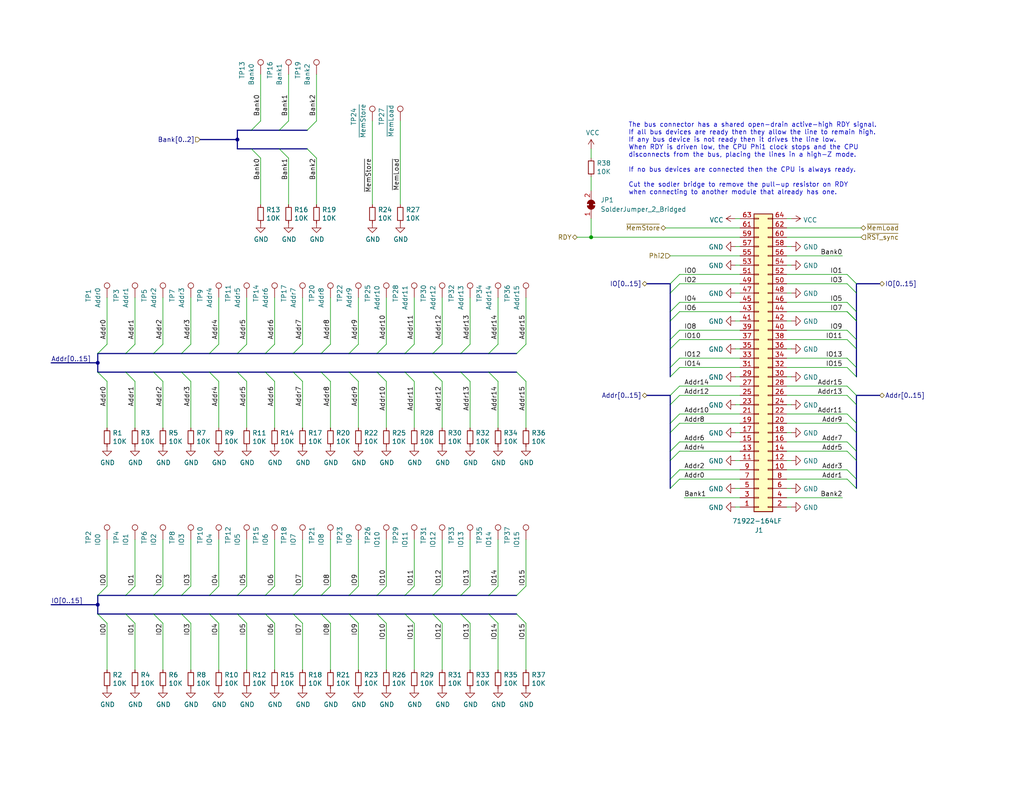
<source format=kicad_sch>
(kicad_sch (version 20230121) (generator eeschema)
  (paper "USLetter")
  (title_block (title "System Bus Connector") (date "2023-03-22") (rev "B") (comment 4 "Peripheral devices on separate boards connect to the system bus here."))
  (junction (at 161.29 64.77))
  (junction (at 26.67 165.1))
  (junction (at 64.77 38.1))
  (junction (at 26.67 99.06))
  (bus_entry (at 86.36 43.18) (size -2.54 -2.54))
  (bus_entry (at 128.27 160.02) (size -2.54 2.54))
  (bus_entry (at 59.69 160.02) (size -2.54 2.54))
  (bus_entry (at 135.89 170.18) (size -2.54 -2.54))
  (bus_entry (at 185.42 97.79) (size -2.54 2.54))
  (bus_entry (at 231.14 74.93) (size 2.54 2.54))
  (bus_entry (at 71.12 43.18) (size -2.54 -2.54))
  (bus_entry (at 233.68 125.73) (size -2.54 -2.54))
  (bus_entry (at 185.42 105.41) (size -2.54 2.54))
  (bus_entry (at 78.74 33.02) (size -2.54 2.54))
  (bus_entry (at 90.17 93.98) (size -2.54 2.54))
  (bus_entry (at 233.68 115.57) (size -2.54 -2.54))
  (bus_entry (at 185.42 77.47) (size -2.54 2.54))
  (bus_entry (at 185.42 128.27) (size -2.54 2.54))
  (bus_entry (at 82.55 104.14) (size -2.54 -2.54))
  (bus_entry (at 82.55 93.98) (size -2.54 2.54))
  (bus_entry (at 135.89 93.98) (size -2.54 2.54))
  (bus_entry (at 105.41 160.02) (size -2.54 2.54))
  (bus_entry (at 52.07 170.18) (size -2.54 -2.54))
  (bus_entry (at 36.83 104.14) (size -2.54 -2.54))
  (bus_entry (at 90.17 160.02) (size -2.54 2.54))
  (bus_entry (at 29.21 104.14) (size -2.54 -2.54))
  (bus_entry (at 233.68 118.11) (size -2.54 -2.54))
  (bus_entry (at 97.79 104.14) (size -2.54 -2.54))
  (bus_entry (at 78.74 43.18) (size -2.54 -2.54))
  (bus_entry (at 113.03 160.02) (size -2.54 2.54))
  (bus_entry (at 135.89 104.14) (size -2.54 -2.54))
  (bus_entry (at 97.79 170.18) (size -2.54 -2.54))
  (bus_entry (at 231.14 85.09) (size 2.54 2.54))
  (bus_entry (at 52.07 104.14) (size -2.54 -2.54))
  (bus_entry (at 67.31 160.02) (size -2.54 2.54))
  (bus_entry (at 44.45 104.14) (size -2.54 -2.54))
  (bus_entry (at 44.45 93.98) (size -2.54 2.54))
  (bus_entry (at 67.31 93.98) (size -2.54 2.54))
  (bus_entry (at 97.79 93.98) (size -2.54 2.54))
  (bus_entry (at 29.21 93.98) (size -2.54 2.54))
  (bus_entry (at 113.03 170.18) (size -2.54 -2.54))
  (bus_entry (at 44.45 160.02) (size -2.54 2.54))
  (bus_entry (at 185.42 82.55) (size -2.54 2.54))
  (bus_entry (at 128.27 104.14) (size -2.54 -2.54))
  (bus_entry (at 29.21 160.02) (size -2.54 2.54))
  (bus_entry (at 71.12 33.02) (size -2.54 2.54))
  (bus_entry (at 233.68 130.81) (size -2.54 -2.54))
  (bus_entry (at 231.14 85.09) (size 2.54 2.54))
  (bus_entry (at 233.68 110.49) (size -2.54 -2.54))
  (bus_entry (at 36.83 160.02) (size -2.54 2.54))
  (bus_entry (at 231.14 97.79) (size 2.54 2.54))
  (bus_entry (at 185.42 130.81) (size -2.54 2.54))
  (bus_entry (at 74.93 93.98) (size -2.54 2.54))
  (bus_entry (at 185.42 107.95) (size -2.54 2.54))
  (bus_entry (at 143.51 160.02) (size -2.54 2.54))
  (bus_entry (at 59.69 104.14) (size -2.54 -2.54))
  (bus_entry (at 185.42 100.33) (size -2.54 2.54))
  (bus_entry (at 231.14 82.55) (size 2.54 2.54))
  (bus_entry (at 52.07 93.98) (size -2.54 2.54))
  (bus_entry (at 143.51 93.98) (size -2.54 2.54))
  (bus_entry (at 120.65 160.02) (size -2.54 2.54))
  (bus_entry (at 231.14 90.17) (size 2.54 2.54))
  (bus_entry (at 185.42 113.03) (size -2.54 2.54))
  (bus_entry (at 185.42 92.71) (size -2.54 2.54))
  (bus_entry (at 59.69 93.98) (size -2.54 2.54))
  (bus_entry (at 97.79 160.02) (size -2.54 2.54))
  (bus_entry (at 143.51 170.18) (size -2.54 -2.54))
  (bus_entry (at 185.42 120.65) (size -2.54 2.54))
  (bus_entry (at 74.93 104.14) (size -2.54 -2.54))
  (bus_entry (at 90.17 170.18) (size -2.54 -2.54))
  (bus_entry (at 86.36 33.02) (size -2.54 2.54))
  (bus_entry (at 105.41 104.14) (size -2.54 -2.54))
  (bus_entry (at 233.68 133.35) (size -2.54 -2.54))
  (bus_entry (at 82.55 170.18) (size -2.54 -2.54))
  (bus_entry (at 82.55 160.02) (size -2.54 2.54))
  (bus_entry (at 67.31 104.14) (size -2.54 -2.54))
  (bus_entry (at 128.27 170.18) (size -2.54 -2.54))
  (bus_entry (at 59.69 170.18) (size -2.54 -2.54))
  (bus_entry (at 120.65 104.14) (size -2.54 -2.54))
  (bus_entry (at 231.14 100.33) (size 2.54 2.54))
  (bus_entry (at 44.45 170.18) (size -2.54 -2.54))
  (bus_entry (at 233.68 107.95) (size -2.54 -2.54))
  (bus_entry (at 105.41 170.18) (size -2.54 -2.54))
  (bus_entry (at 185.42 90.17) (size -2.54 2.54))
  (bus_entry (at 231.14 77.47) (size 2.54 2.54))
  (bus_entry (at 185.42 123.19) (size -2.54 2.54))
  (bus_entry (at 185.42 115.57) (size -2.54 2.54))
  (bus_entry (at 231.14 92.71) (size 2.54 2.54))
  (bus_entry (at 135.89 160.02) (size -2.54 2.54))
  (bus_entry (at 233.68 123.19) (size -2.54 -2.54))
  (bus_entry (at 52.07 160.02) (size -2.54 2.54))
  (bus_entry (at 67.31 170.18) (size -2.54 -2.54))
  (bus_entry (at 74.93 160.02) (size -2.54 2.54))
  (bus_entry (at 113.03 104.14) (size -2.54 -2.54))
  (bus_entry (at 128.27 93.98) (size -2.54 2.54))
  (bus_entry (at 36.83 170.18) (size -2.54 -2.54))
  (bus_entry (at 90.17 104.14) (size -2.54 -2.54))
  (bus_entry (at 29.21 170.18) (size -2.54 -2.54))
  (bus_entry (at 185.42 85.09) (size -2.54 2.54))
  (bus_entry (at 120.65 93.98) (size -2.54 2.54))
  (bus_entry (at 105.41 93.98) (size -2.54 2.54))
  (bus_entry (at 36.83 93.98) (size -2.54 2.54))
  (bus_entry (at 113.03 93.98) (size -2.54 2.54))
  (bus_entry (at 185.42 74.93) (size -2.54 2.54))
  (bus_entry (at 143.51 104.14) (size -2.54 -2.54))
  (bus_entry (at 120.65 170.18) (size -2.54 -2.54))
  (bus_entry (at 74.93 170.18) (size -2.54 -2.54))
  (bus (pts (xy 102.87 167.64) (xy 110.49 167.64)))
  (bus (pts (xy 57.15 162.56) (xy 64.77 162.56)))
  (bus (pts (xy 110.49 101.6) (xy 118.11 101.6)))
  (wire (pts (xy 185.42 113.03) (xy 201.93 113.03)))
  (bus (pts (xy 233.68 125.73) (xy 233.68 130.81)))
  (wire (pts (xy 215.9 95.25) (xy 214.63 95.25)))
  (bus (pts (xy 182.88 80.01) (xy 182.88 85.09)))
  (wire (pts (xy 214.63 100.33) (xy 231.14 100.33)))
  (wire (pts (xy 113.03 93.98) (xy 113.03 81.28)))
  (wire (pts (xy 214.63 97.79) (xy 231.14 97.79)))
  (bus (pts (xy 182.88 92.71) (xy 182.88 95.25)))
  (wire (pts (xy 231.14 120.65) (xy 214.63 120.65)))
  (bus (pts (xy 54.61 38.1) (xy 64.77 38.1)))
  (wire (pts (xy 59.69 104.14) (xy 59.69 116.84)))
  (bus (pts (xy 26.67 167.64) (xy 34.29 167.64)))
  (wire (pts (xy 186.69 135.89) (xy 201.93 135.89)))
  (bus (pts (xy 87.63 167.64) (xy 95.25 167.64)))
  (bus (pts (xy 133.35 96.52) (xy 140.97 96.52)))
  (bus (pts (xy 68.58 35.56) (xy 64.77 35.56)))
  (wire (pts (xy 97.79 160.02) (xy 97.79 147.32)))
  (bus (pts (xy 182.88 115.57) (xy 182.88 118.11)))
  (bus (pts (xy 233.68 107.95) (xy 233.68 110.49)))
  (bus (pts (xy 64.77 96.52) (xy 72.39 96.52)))
  (wire (pts (xy 71.12 43.18) (xy 71.12 55.88)))
  (bus (pts (xy 26.67 101.6) (xy 26.67 99.06)))
  (wire (pts (xy 135.89 160.02) (xy 135.89 147.32)))
  (bus (pts (xy 118.11 101.6) (xy 125.73 101.6)))
  (wire (pts (xy 101.6 33.02) (xy 101.6 55.88)))
  (wire (pts (xy 185.42 77.47) (xy 201.93 77.47)))
  (wire (pts (xy 161.29 48.26) (xy 161.29 52.07)))
  (wire (pts (xy 113.03 104.14) (xy 113.03 116.84)))
  (bus (pts (xy 233.68 130.81) (xy 233.68 133.35)))
  (bus (pts (xy 64.77 35.56) (xy 64.77 38.1)))
  (wire (pts (xy 90.17 160.02) (xy 90.17 147.32)))
  (wire (pts (xy 200.66 59.69) (xy 201.93 59.69)))
  (bus (pts (xy 233.68 118.11) (xy 233.68 123.19)))
  (wire (pts (xy 97.79 170.18) (xy 97.79 182.88)))
  (bus (pts (xy 80.01 96.52) (xy 87.63 96.52)))
  (wire (pts (xy 82.55 160.02) (xy 82.55 147.32)))
  (wire (pts (xy 161.29 40.64) (xy 161.29 43.18)))
  (bus (pts (xy 80.01 167.64) (xy 87.63 167.64)))
  (bus (pts (xy 182.88 130.81) (xy 182.88 133.35)))
  (wire (pts (xy 215.9 118.11) (xy 214.63 118.11)))
  (wire (pts (xy 90.17 93.98) (xy 90.17 81.28)))
  (wire (pts (xy 105.41 160.02) (xy 105.41 147.32)))
  (bus (pts (xy 64.77 38.1) (xy 64.77 40.64)))
  (bus (pts (xy 41.91 101.6) (xy 49.53 101.6)))
  (bus (pts (xy 41.91 96.52) (xy 49.53 96.52)))
  (bus (pts (xy 49.53 167.64) (xy 57.15 167.64)))
  (wire (pts (xy 185.42 115.57) (xy 201.93 115.57)))
  (bus (pts (xy 49.53 162.56) (xy 57.15 162.56)))
  (bus (pts (xy 240.03 107.95) (xy 233.68 107.95)))
  (wire (pts (xy 185.42 92.71) (xy 201.93 92.71)))
  (wire (pts (xy 128.27 160.02) (xy 128.27 147.32)))
  (wire (pts (xy 90.17 104.14) (xy 90.17 116.84)))
  (wire (pts (xy 200.66 125.73) (xy 201.93 125.73)))
  (bus (pts (xy 76.2 40.64) (xy 83.82 40.64)))
  (wire (pts (xy 200.66 110.49) (xy 201.93 110.49)))
  (wire (pts (xy 185.42 97.79) (xy 201.93 97.79)))
  (wire (pts (xy 185.42 82.55) (xy 201.93 82.55)))
  (bus (pts (xy 26.67 99.06) (xy 26.67 96.52)))
  (wire (pts (xy 185.42 74.93) (xy 201.93 74.93)))
  (bus (pts (xy 240.03 77.47) (xy 233.68 77.47)))
  (bus (pts (xy 182.88 87.63) (xy 182.88 92.71)))
  (wire (pts (xy 120.65 93.98) (xy 120.65 81.28)))
  (wire (pts (xy 29.21 160.02) (xy 29.21 147.32)))
  (bus (pts (xy 80.01 162.56) (xy 87.63 162.56)))
  (bus (pts (xy 233.68 92.71) (xy 233.68 95.25)))
  (wire (pts (xy 74.93 170.18) (xy 74.93 182.88)))
  (wire (pts (xy 29.21 170.18) (xy 29.21 182.88)))
  (bus (pts (xy 182.88 85.09) (xy 182.88 87.63)))
  (bus (pts (xy 182.88 125.73) (xy 182.88 130.81)))
  (bus (pts (xy 102.87 162.56) (xy 110.49 162.56)))
  (wire (pts (xy 97.79 104.14) (xy 97.79 116.84)))
  (wire (pts (xy 52.07 170.18) (xy 52.07 182.88)))
  (bus (pts (xy 176.53 107.95) (xy 182.88 107.95)))
  (bus (pts (xy 95.25 96.52) (xy 102.87 96.52)))
  (bus (pts (xy 57.15 96.52) (xy 64.77 96.52)))
  (bus (pts (xy 125.73 167.64) (xy 133.35 167.64)))
  (wire (pts (xy 44.45 160.02) (xy 44.45 147.32)))
  (wire (pts (xy 182.88 69.85) (xy 201.93 69.85)))
  (wire (pts (xy 128.27 104.14) (xy 128.27 116.84)))
  (wire (pts (xy 231.14 130.81) (xy 214.63 130.81)))
  (wire (pts (xy 201.93 120.65) (xy 185.42 120.65)))
  (wire (pts (xy 200.66 138.43) (xy 201.93 138.43)))
  (wire (pts (xy 200.66 118.11) (xy 201.93 118.11)))
  (wire (pts (xy 44.45 170.18) (xy 44.45 182.88)))
  (wire (pts (xy 200.66 80.01) (xy 201.93 80.01)))
  (bus (pts (xy 64.77 162.56) (xy 72.39 162.56)))
  (bus (pts (xy 233.68 95.25) (xy 233.68 100.33)))
  (wire (pts (xy 67.31 160.02) (xy 67.31 147.32)))
  (wire (pts (xy 214.63 113.03) (xy 231.14 113.03)))
  (wire (pts (xy 52.07 160.02) (xy 52.07 147.32)))
  (wire (pts (xy 82.55 170.18) (xy 82.55 182.88)))
  (bus (pts (xy 118.11 167.64) (xy 125.73 167.64)))
  (wire (pts (xy 157.48 64.77) (xy 161.29 64.77)))
  (bus (pts (xy 182.88 95.25) (xy 182.88 100.33)))
  (wire (pts (xy 143.51 160.02) (xy 143.51 147.32)))
  (bus (pts (xy 13.97 165.1) (xy 26.67 165.1)))
  (wire (pts (xy 215.9 102.87) (xy 214.63 102.87)))
  (bus (pts (xy 233.68 115.57) (xy 233.68 118.11)))
  (bus (pts (xy 57.15 167.64) (xy 64.77 167.64)))
  (wire (pts (xy 215.9 80.01) (xy 214.63 80.01)))
  (wire (pts (xy 214.63 123.19) (xy 231.14 123.19)))
  (wire (pts (xy 200.66 95.25) (xy 201.93 95.25)))
  (bus (pts (xy 26.67 96.52) (xy 34.29 96.52)))
  (bus (pts (xy 34.29 162.56) (xy 41.91 162.56)))
  (bus (pts (xy 233.68 110.49) (xy 233.68 115.57)))
  (bus (pts (xy 176.53 77.47) (xy 182.88 77.47)))
  (bus (pts (xy 125.73 96.52) (xy 133.35 96.52)))
  (wire (pts (xy 231.14 105.41) (xy 214.63 105.41)))
  (wire (pts (xy 113.03 170.18) (xy 113.03 182.88)))
  (wire (pts (xy 36.83 160.02) (xy 36.83 147.32)))
  (wire (pts (xy 185.42 105.41) (xy 201.93 105.41)))
  (wire (pts (xy 214.63 85.09) (xy 231.14 85.09)))
  (wire (pts (xy 200.66 133.35) (xy 201.93 133.35)))
  (bus (pts (xy 26.67 101.6) (xy 34.29 101.6)))
  (wire (pts (xy 231.14 128.27) (xy 214.63 128.27)))
  (bus (pts (xy 95.25 167.64) (xy 102.87 167.64)))
  (wire (pts (xy 214.63 90.17) (xy 231.14 90.17)))
  (wire (pts (xy 120.65 170.18) (xy 120.65 182.88)))
  (bus (pts (xy 182.88 107.95) (xy 182.88 110.49)))
  (bus (pts (xy 76.2 35.56) (xy 68.58 35.56)))
  (wire (pts (xy 231.14 107.95) (xy 214.63 107.95)))
  (wire (pts (xy 59.69 170.18) (xy 59.69 182.88)))
  (wire (pts (xy 185.42 90.17) (xy 201.93 90.17)))
  (wire (pts (xy 67.31 170.18) (xy 67.31 182.88)))
  (bus (pts (xy 72.39 96.52) (xy 80.01 96.52)))
  (bus (pts (xy 110.49 162.56) (xy 118.11 162.56)))
  (bus (pts (xy 110.49 167.64) (xy 118.11 167.64)))
  (wire (pts (xy 78.74 43.18) (xy 78.74 55.88)))
  (wire (pts (xy 214.63 59.69) (xy 215.9 59.69)))
  (bus (pts (xy 87.63 96.52) (xy 95.25 96.52)))
  (wire (pts (xy 231.14 74.93) (xy 214.63 74.93)))
  (wire (pts (xy 105.41 104.14) (xy 105.41 116.84)))
  (wire (pts (xy 82.55 104.14) (xy 82.55 116.84)))
  (wire (pts (xy 74.93 104.14) (xy 74.93 116.84)))
  (wire (pts (xy 200.66 67.31) (xy 201.93 67.31)))
  (wire (pts (xy 185.42 128.27) (xy 201.93 128.27)))
  (bus (pts (xy 49.53 96.52) (xy 57.15 96.52)))
  (bus (pts (xy 13.97 99.06) (xy 26.67 99.06)))
  (wire (pts (xy 181.61 62.23) (xy 201.93 62.23)))
  (bus (pts (xy 83.82 35.56) (xy 76.2 35.56)))
  (wire (pts (xy 215.9 67.31) (xy 214.63 67.31)))
  (bus (pts (xy 233.68 100.33) (xy 233.68 102.87)))
  (wire (pts (xy 36.83 170.18) (xy 36.83 182.88)))
  (wire (pts (xy 214.63 92.71) (xy 231.14 92.71)))
  (bus (pts (xy 34.29 167.64) (xy 41.91 167.64)))
  (wire (pts (xy 135.89 104.14) (xy 135.89 116.84)))
  (wire (pts (xy 143.51 104.14) (xy 143.51 116.84)))
  (bus (pts (xy 72.39 162.56) (xy 80.01 162.56)))
  (wire (pts (xy 200.66 87.63) (xy 201.93 87.63)))
  (wire (pts (xy 215.9 87.63) (xy 214.63 87.63)))
  (wire (pts (xy 59.69 160.02) (xy 59.69 147.32)))
  (bus (pts (xy 26.67 167.64) (xy 26.67 165.1)))
  (bus (pts (xy 118.11 96.52) (xy 125.73 96.52)))
  (wire (pts (xy 201.93 130.81) (xy 185.42 130.81)))
  (bus (pts (xy 233.68 77.47) (xy 233.68 80.01)))
  (wire (pts (xy 82.55 93.98) (xy 82.55 81.28)))
  (bus (pts (xy 118.11 162.56) (xy 125.73 162.56)))
  (bus (pts (xy 182.88 100.33) (xy 182.88 102.87)))
  (wire (pts (xy 71.12 33.02) (xy 71.12 20.32)))
  (bus (pts (xy 133.35 167.64) (xy 140.97 167.64)))
  (wire (pts (xy 36.83 104.14) (xy 36.83 116.84)))
  (bus (pts (xy 34.29 101.6) (xy 41.91 101.6)))
  (wire (pts (xy 97.79 93.98) (xy 97.79 81.28)))
  (wire (pts (xy 143.51 93.98) (xy 143.51 81.28)))
  (bus (pts (xy 72.39 101.6) (xy 80.01 101.6)))
  (wire (pts (xy 128.27 170.18) (xy 128.27 182.88)))
  (wire (pts (xy 128.27 93.98) (xy 128.27 81.28)))
  (bus (pts (xy 34.29 96.52) (xy 41.91 96.52)))
  (wire (pts (xy 214.63 64.77) (xy 234.95 64.77)))
  (bus (pts (xy 102.87 96.52) (xy 110.49 96.52)))
  (wire (pts (xy 113.03 160.02) (xy 113.03 147.32)))
  (bus (pts (xy 64.77 101.6) (xy 72.39 101.6)))
  (bus (pts (xy 182.88 110.49) (xy 182.88 115.57)))
  (bus (pts (xy 87.63 101.6) (xy 95.25 101.6)))
  (bus (pts (xy 133.35 162.56) (xy 140.97 162.56)))
  (wire (pts (xy 67.31 104.14) (xy 67.31 116.84)))
  (wire (pts (xy 120.65 160.02) (xy 120.65 147.32)))
  (wire (pts (xy 234.95 62.23) (xy 214.63 62.23)))
  (bus (pts (xy 125.73 101.6) (xy 133.35 101.6)))
  (wire (pts (xy 44.45 93.98) (xy 44.45 81.28)))
  (wire (pts (xy 215.9 125.73) (xy 214.63 125.73)))
  (bus (pts (xy 110.49 96.52) (xy 118.11 96.52)))
  (wire (pts (xy 200.66 102.87) (xy 201.93 102.87)))
  (wire (pts (xy 185.42 123.19) (xy 201.93 123.19)))
  (bus (pts (xy 41.91 167.64) (xy 49.53 167.64)))
  (wire (pts (xy 201.93 107.95) (xy 185.42 107.95)))
  (bus (pts (xy 233.68 87.63) (xy 233.68 92.71)))
  (bus (pts (xy 49.53 101.6) (xy 57.15 101.6)))
  (bus (pts (xy 72.39 167.64) (xy 80.01 167.64)))
  (bus (pts (xy 57.15 101.6) (xy 64.77 101.6)))
  (wire (pts (xy 74.93 93.98) (xy 74.93 81.28)))
  (bus (pts (xy 233.68 85.09) (xy 233.68 87.63)))
  (bus (pts (xy 233.68 80.01) (xy 233.68 85.09)))
  (bus (pts (xy 26.67 165.1) (xy 26.67 162.56)))
  (wire (pts (xy 86.36 43.18) (xy 86.36 55.88)))
  (wire (pts (xy 231.14 115.57) (xy 214.63 115.57)))
  (bus (pts (xy 102.87 101.6) (xy 110.49 101.6)))
  (bus (pts (xy 64.77 167.64) (xy 72.39 167.64)))
  (wire (pts (xy 135.89 170.18) (xy 135.89 182.88)))
  (bus (pts (xy 133.35 101.6) (xy 140.97 101.6)))
  (bus (pts (xy 80.01 101.6) (xy 87.63 101.6)))
  (wire (pts (xy 143.51 170.18) (xy 143.51 182.88)))
  (bus (pts (xy 95.25 101.6) (xy 102.87 101.6)))
  (wire (pts (xy 36.83 93.98) (xy 36.83 81.28)))
  (wire (pts (xy 215.9 72.39) (xy 214.63 72.39)))
  (wire (pts (xy 185.42 100.33) (xy 201.93 100.33)))
  (wire (pts (xy 214.63 82.55) (xy 231.14 82.55)))
  (wire (pts (xy 215.9 138.43) (xy 214.63 138.43)))
  (wire (pts (xy 44.45 104.14) (xy 44.45 116.84)))
  (bus (pts (xy 41.91 162.56) (xy 49.53 162.56)))
  (wire (pts (xy 109.22 33.02) (xy 109.22 55.88)))
  (wire (pts (xy 231.14 77.47) (xy 214.63 77.47)))
  (wire (pts (xy 105.41 93.98) (xy 105.41 81.28)))
  (wire (pts (xy 120.65 104.14) (xy 120.65 116.84)))
  (wire (pts (xy 135.89 93.98) (xy 135.89 81.28)))
  (wire (pts (xy 67.31 93.98) (xy 67.31 81.28)))
  (bus (pts (xy 26.67 162.56) (xy 34.29 162.56)))
  (wire (pts (xy 29.21 93.98) (xy 29.21 81.28)))
  (wire (pts (xy 52.07 93.98) (xy 52.07 81.28)))
  (wire (pts (xy 105.41 170.18) (xy 105.41 182.88)))
  (bus (pts (xy 182.88 118.11) (xy 182.88 123.19)))
  (wire (pts (xy 86.36 33.02) (xy 86.36 20.32)))
  (wire (pts (xy 185.42 85.09) (xy 201.93 85.09)))
  (wire (pts (xy 161.29 64.77) (xy 201.93 64.77)))
  (wire (pts (xy 90.17 170.18) (xy 90.17 182.88)))
  (bus (pts (xy 95.25 162.56) (xy 102.87 162.56)))
  (bus (pts (xy 87.63 162.56) (xy 95.25 162.56)))
  (bus (pts (xy 68.58 40.64) (xy 76.2 40.64)))
  (wire (pts (xy 161.29 59.69) (xy 161.29 64.77)))
  (bus (pts (xy 125.73 162.56) (xy 133.35 162.56)))
  (wire (pts (xy 52.07 104.14) (xy 52.07 116.84)))
  (wire (pts (xy 215.9 133.35) (xy 214.63 133.35)))
  (wire (pts (xy 29.21 104.14) (xy 29.21 116.84)))
  (wire (pts (xy 215.9 110.49) (xy 214.63 110.49)))
  (wire (pts (xy 78.74 33.02) (xy 78.74 20.32)))
  (wire (pts (xy 229.87 135.89) (xy 214.63 135.89)))
  (wire (pts (xy 59.69 93.98) (xy 59.69 81.28)))
  (bus (pts (xy 182.88 77.47) (xy 182.88 80.01)))
  (bus (pts (xy 182.88 123.19) (xy 182.88 125.73)))
  (bus (pts (xy 233.68 123.19) (xy 233.68 125.73)))
  (wire (pts (xy 200.66 72.39) (xy 201.93 72.39)))
  (wire (pts (xy 74.93 160.02) (xy 74.93 147.32)))
  (bus (pts (xy 64.77 40.64) (xy 68.58 40.64)))
  (wire (pts (xy 229.87 69.85) (xy 214.63 69.85)))
  (text "The bus connector has a shared open-drain active-high RDY signal.\nIf all bus devices are ready then they allow the line to remain high.\nIf any bus device is not ready then it drives the line low.\nWhen RDY is driven low, the CPU Phi1 clock stops and the CPU\ndisconnects from the bus, placing the lines in a high-Z mode.\n\nIf no bus devices are connected then the CPU is always ready.\n\nCut the sodler bridge to remove the pull-up resistor on RDY\nwhen connecting to another module that already has one." (at 171.45 53.34 0) (effects (font (size 1.27 1.27)) (justify left bottom)))
  (label "Addr8" (at 90.17 92.71 90))
  (label "Addr0" (at 29.21 105.41 270))
  (label "Bank0" (at 229.87 69.85 180))
  (label "IO5" (at 67.31 170.18 270))
  (label "Addr10" (at 105.41 105.41 270))
  (label "Addr13" (at 128.27 92.71 90))
  (label "IO11" (at 113.03 160.02 90))
  (label "Bank1" (at 186.69 135.89 0))
  (label "IO0" (at 29.21 170.18 270))
  (label "Addr13" (at 229.87 107.95 180))
  (label "Addr15" (at 143.51 92.71 90))
  (label "IO9" (at 97.79 170.18 270))
  (label "Addr15" (at 143.51 105.41 270))
  (label "Bank0" (at 71.12 43.18 270))
  (label "Bank2" (at 86.36 31.75 90))
  (label "Addr2" (at 44.45 105.41 270))
  (label "Addr5" (at 67.31 105.41 270))
  (label "IO1" (at 36.83 160.02 90))
  (label "Addr13" (at 128.27 105.41 270))
  (label "Addr7" (at 82.55 92.71 90))
  (label "Addr3" (at 52.07 92.71 90))
  (label "Addr10" (at 105.41 92.71 90))
  (label "Addr11" (at 113.03 105.41 270))
  (label "Addr6" (at 74.93 92.71 90))
  (label "IO8" (at 90.17 170.18 270))
  (label "Addr4" (at 186.69 123.19 0))
  (label "IO10" (at 186.69 92.71 0))
  (label "IO6" (at 186.69 85.09 0))
  (label "IO15" (at 143.51 170.18 270))
  (label "IO6" (at 74.93 170.18 270))
  (label "Addr4" (at 59.69 105.41 270))
  (label "Bank2" (at 229.87 135.89 180))
  (label "IO7" (at 82.55 160.02 90))
  (label "Addr14" (at 135.89 105.41 270))
  (label "Addr8" (at 186.69 115.57 0))
  (label "Addr7" (at 229.87 120.65 180))
  (label "IO7" (at 229.87 85.09 180))
  (label "Addr3" (at 52.07 105.41 270))
  (label "Addr7" (at 82.55 105.41 270))
  (label "Addr1" (at 229.87 130.81 180))
  (label "Addr6" (at 74.93 105.41 270))
  (label "IO7" (at 82.55 170.18 270))
  (label "Addr5" (at 229.87 123.19 180))
  (label "IO1" (at 36.83 170.18 270))
  (label "IO0" (at 186.69 74.93 0))
  (label "IO0" (at 29.21 160.02 90))
  (label "Addr15" (at 229.87 105.41 180))
  (label "~{MemStore}" (at 101.6 43.18 270))
  (label "Addr14" (at 186.69 105.41 0))
  (label "Addr9" (at 229.87 115.57 180))
  (label "IO13" (at 128.27 170.18 270))
  (label "IO11" (at 113.03 170.18 270))
  (label "IO5" (at 229.87 82.55 180))
  (label "Addr9" (at 97.79 105.41 270))
  (label "Addr5" (at 67.31 92.71 90))
  (label "IO6" (at 74.93 160.02 90))
  (label "IO9" (at 97.79 160.02 90))
  (label "IO4" (at 59.69 160.02 90))
  (label "IO15" (at 229.87 100.33 180))
  (label "Addr12" (at 186.69 107.95 0))
  (label "IO12" (at 120.65 160.02 90))
  (label "Addr0" (at 186.69 130.81 0))
  (label "IO2" (at 186.69 77.47 0))
  (label "IO9" (at 229.87 90.17 180))
  (label "IO14" (at 135.89 160.02 90))
  (label "IO11" (at 229.87 92.71 180))
  (label "Bank1" (at 78.74 43.18 270))
  (label "Addr2" (at 44.45 92.71 90))
  (label "IO2" (at 44.45 160.02 90))
  (label "IO10" (at 105.41 170.18 270))
  (label "Addr8" (at 90.17 105.41 270))
  (label "Addr6" (at 186.69 120.65 0))
  (label "IO3" (at 52.07 160.02 90))
  (label "Addr12" (at 120.65 92.71 90))
  (label "IO13" (at 229.87 97.79 180))
  (label "Addr4" (at 59.69 92.71 90))
  (label "Addr11" (at 113.03 92.71 90))
  (label "IO10" (at 105.41 160.02 90))
  (label "IO4" (at 186.69 82.55 0))
  (label "IO3" (at 229.87 77.47 180))
  (label "IO8" (at 186.69 90.17 0))
  (label "Addr14" (at 135.89 92.71 90))
  (label "~{MemLoad}" (at 109.22 43.18 270))
  (label "IO14" (at 186.69 100.33 0))
  (label "Bank2" (at 86.36 43.18 270))
  (label "Addr12" (at 120.65 105.41 270))
  (label "Addr[0..15]" (at 13.97 99.06 0))
  (label "IO15" (at 143.51 160.02 90))
  (label "Addr0" (at 29.21 92.71 90))
  (label "IO4" (at 59.69 170.18 270))
  (label "Addr10" (at 186.69 113.03 0))
  (label "IO2" (at 44.45 170.18 270))
  (label "IO8" (at 90.17 160.02 90))
  (label "Bank0" (at 71.12 31.75 90))
  (label "IO14" (at 135.89 170.18 270))
  (label "Addr3" (at 229.87 128.27 180))
  (label "IO12" (at 120.65 170.18 270))
  (label "IO5" (at 67.31 160.02 90))
  (label "IO[0..15]" (at 13.97 165.1 0))
  (label "Addr1" (at 36.83 92.71 90))
  (label "IO3" (at 52.07 170.18 270))
  (label "IO12" (at 186.69 97.79 0))
  (label "Bank1" (at 78.74 31.75 90))
  (label "Addr2" (at 186.69 128.27 0))
  (label "Addr1" (at 36.83 105.41 270))
  (label "Addr11" (at 229.87 113.03 180))
  (label "Addr9" (at 97.79 92.71 90))
  (label "IO1" (at 229.87 74.93 180))
  (label "IO13" (at 128.27 160.02 90))
  (hierarchical_label "~{MemStore}" (shape tri_state) (at 181.61 62.23 180))
  (hierarchical_label "Bank[0..2]" (shape input) (at 54.61 38.1 180))
  (hierarchical_label "~{RST_sync}" (shape input) (at 234.95 64.77 0))
  (hierarchical_label "RDY" (shape bidirectional) (at 157.48 64.77 180))
  (hierarchical_label "IO[0..15]" (shape tri_state) (at 240.03 77.47 0))
  (hierarchical_label "Addr[0..15]" (shape tri_state) (at 176.53 107.95 180))
  (hierarchical_label "~{MemLoad}" (shape tri_state) (at 234.95 62.23 0))
  (hierarchical_label "IO[0..15]" (shape tri_state) (at 176.53 77.47 180))
  (hierarchical_label "Addr[0..15]" (shape tri_state) (at 240.03 107.95 0))
  (hierarchical_label "Phi2" (shape input) (at 182.88 69.85 180))
  (symbol (lib_id "Connector_Generic:Conn_02x32_Odd_Even") (at 207.01 100.33 0) (mirror x) (unit 1)
    (property "Reference" "J1" (at 208.28 144.78 0) (effects (justify right)))
    (property "Value" "71922-164LF" (at 213.36 142.24 0) (effects (justify right)))
    (property "Footprint" "Connector_IDC:IDC-Header_2x32_P2.54mm_Horizontal" (effects hide))
    (property "Mouser" "https://www.mouser.com/ProductDetail/Amphenol-FCI/71922-164LF?qs=sGAEpiMZZMtXHE36kCvv3%2FocQ30y1qC0" (effects hide))
  )
  (symbol (lib_id "power:GND") (at 215.9 133.35 90) (mirror x) (unit 1)
    (property "Reference" "#PWR067" (effects hide))
    (property "Value" "GND" (at 219.1512 133.477 90) (effects (justify right)))
  )
  (symbol (lib_id "power:GND") (at 200.66 67.31 270) (unit 1)
    (property "Reference" "#PWR046" (effects hide))
    (property "Value" "GND" (at 197.4088 67.437 90) (effects (justify right)))
  )
  (symbol (lib_id "power:VCC") (at 161.29 40.64 0) (unit 1)
    (property "Reference" "#PWR044" (effects hide))
    (property "Value" "VCC" (at 161.7218 36.2458 0))
  )
  (symbol (lib_id "Device:R_Small") (at 161.29 45.72 0) (unit 1)
    (property "Reference" "R38" (at 162.7886 44.5516 0) (effects (justify left)))
    (property "Value" "10K" (at 162.7886 46.863 0) (effects (justify left)))
    (property "Footprint" "Resistor_SMD:R_0603_1608Metric_Pad0.98x0.95mm_HandSolder" (effects hide))
    (property "Mouser" "https://www.mouser.com/ProductDetail/652-CR0603FX-1002ELF" (effects hide))
  )
  (symbol (lib_id "power:GND") (at 215.9 80.01 90) (mirror x) (unit 1)
    (property "Reference" "#PWR060" (effects hide))
    (property "Value" "GND" (at 219.1512 80.137 90) (effects (justify right)))
  )
  (symbol (lib_id "power:GND") (at 200.66 80.01 270) (unit 1)
    (property "Reference" "#PWR048" (effects hide))
    (property "Value" "GND" (at 197.4088 80.137 90) (effects (justify right)))
  )
  (symbol (lib_id "power:VCC") (at 215.9 59.69 270) (unit 1)
    (property "Reference" "#PWR057" (effects hide))
    (property "Value" "VCC" (at 219.1512 60.071 90) (effects (justify left)))
  )
  (symbol (lib_id "power:VCC") (at 200.66 59.69 90) (mirror x) (unit 1)
    (property "Reference" "#PWR045" (effects hide))
    (property "Value" "VCC" (at 197.4342 60.071 90) (effects (justify left)))
  )
  (symbol (lib_id "power:GND") (at 71.12 60.96 0) (unit 1)
    (property "Reference" "#PWR019" (effects hide))
    (property "Value" "GND" (at 71.247 65.3542 0))
  )
  (symbol (lib_id "power:GND") (at 78.74 60.96 0) (unit 1)
    (property "Reference" "#PWR022" (effects hide))
    (property "Value" "GND" (at 78.867 65.3542 0))
  )
  (symbol (lib_id "power:GND") (at 86.36 60.96 0) (unit 1)
    (property "Reference" "#PWR025" (effects hide))
    (property "Value" "GND" (at 86.487 65.3542 0))
  )
  (symbol (lib_id "Device:R_Small") (at 71.12 58.42 0) (unit 1)
    (property "Reference" "R13" (at 72.6186 57.2516 0) (effects (justify left)))
    (property "Value" "10K" (at 72.6186 59.563 0) (effects (justify left)))
    (property "Footprint" "Resistor_SMD:R_0603_1608Metric_Pad0.98x0.95mm_HandSolder" (effects hide))
    (property "Mouser" "https://www.mouser.com/ProductDetail/652-CR0603FX-1002ELF" (effects hide))
  )
  (symbol (lib_id "Device:R_Small") (at 78.74 58.42 0) (unit 1)
    (property "Reference" "R16" (at 80.2386 57.2516 0) (effects (justify left)))
    (property "Value" "10K" (at 80.2386 59.563 0) (effects (justify left)))
    (property "Footprint" "Resistor_SMD:R_0603_1608Metric_Pad0.98x0.95mm_HandSolder" (effects hide))
    (property "Mouser" "https://www.mouser.com/ProductDetail/652-CR0603FX-1002ELF" (effects hide))
  )
  (symbol (lib_id "Device:R_Small") (at 86.36 58.42 0) (unit 1)
    (property "Reference" "R19" (at 87.8586 57.2516 0) (effects (justify left)))
    (property "Value" "10K" (at 87.8586 59.563 0) (effects (justify left)))
    (property "Footprint" "Resistor_SMD:R_0603_1608Metric_Pad0.98x0.95mm_HandSolder" (effects hide))
    (property "Mouser" "https://www.mouser.com/ProductDetail/652-CR0603FX-1002ELF" (effects hide))
  )
  (symbol (lib_id "power:GND") (at 200.66 118.11 270) (unit 1)
    (property "Reference" "#PWR053" (effects hide))
    (property "Value" "GND" (at 197.4088 118.237 90) (effects (justify right)))
  )
  (symbol (lib_id "power:GND") (at 200.66 133.35 270) (unit 1)
    (property "Reference" "#PWR055" (effects hide))
    (property "Value" "GND" (at 197.4088 133.477 90) (effects (justify right)))
  )
  (symbol (lib_id "power:GND") (at 200.66 110.49 270) (unit 1)
    (property "Reference" "#PWR052" (effects hide))
    (property "Value" "GND" (at 197.4088 110.617 90) (effects (justify right)))
  )
  (symbol (lib_id "power:GND") (at 215.9 87.63 90) (mirror x) (unit 1)
    (property "Reference" "#PWR061" (effects hide))
    (property "Value" "GND" (at 219.1512 87.757 90) (effects (justify right)))
  )
  (symbol (lib_id "power:GND") (at 200.66 87.63 270) (unit 1)
    (property "Reference" "#PWR049" (effects hide))
    (property "Value" "GND" (at 197.4088 87.757 90) (effects (justify right)))
  )
  (symbol (lib_id "power:GND") (at 200.66 125.73 270) (unit 1)
    (property "Reference" "#PWR054" (effects hide))
    (property "Value" "GND" (at 197.4088 125.857 90) (effects (justify right)))
  )
  (symbol (lib_id "power:GND") (at 215.9 67.31 90) (mirror x) (unit 1)
    (property "Reference" "#PWR058" (effects hide))
    (property "Value" "GND" (at 219.1512 67.437 90) (effects (justify right)))
  )
  (symbol (lib_id "power:GND") (at 215.9 110.49 90) (mirror x) (unit 1)
    (property "Reference" "#PWR064" (effects hide))
    (property "Value" "GND" (at 219.1512 110.617 90) (effects (justify right)))
  )
  (symbol (lib_id "power:GND") (at 215.9 118.11 90) (mirror x) (unit 1)
    (property "Reference" "#PWR065" (effects hide))
    (property "Value" "GND" (at 219.1512 118.237 90) (effects (justify right)))
  )
  (symbol (lib_id "power:GND") (at 215.9 125.73 90) (mirror x) (unit 1)
    (property "Reference" "#PWR066" (effects hide))
    (property "Value" "GND" (at 219.1512 125.857 90) (effects (justify right)))
  )
  (symbol (lib_id "power:GND") (at 200.66 72.39 270) (unit 1)
    (property "Reference" "#PWR047" (effects hide))
    (property "Value" "GND" (at 197.4088 72.517 90) (effects (justify right)))
  )
  (symbol (lib_id "power:GND") (at 215.9 72.39 90) (mirror x) (unit 1)
    (property "Reference" "#PWR059" (effects hide))
    (property "Value" "GND" (at 219.1512 72.517 90) (effects (justify right)))
  )
  (symbol (lib_id "power:GND") (at 200.66 95.25 270) (unit 1)
    (property "Reference" "#PWR050" (effects hide))
    (property "Value" "GND" (at 197.4088 95.377 90) (effects (justify right)))
  )
  (symbol (lib_id "power:GND") (at 200.66 102.87 270) (unit 1)
    (property "Reference" "#PWR051" (effects hide))
    (property "Value" "GND" (at 197.4088 102.997 90) (effects (justify right)))
  )
  (symbol (lib_id "power:GND") (at 215.9 95.25 90) (mirror x) (unit 1)
    (property "Reference" "#PWR062" (effects hide))
    (property "Value" "GND" (at 219.1512 95.377 90) (effects (justify right)))
  )
  (symbol (lib_id "power:GND") (at 215.9 102.87 90) (mirror x) (unit 1)
    (property "Reference" "#PWR063" (effects hide))
    (property "Value" "GND" (at 219.1512 102.997 90) (effects (justify right)))
  )
  (symbol (lib_id "power:GND") (at 215.9 138.43 90) (mirror x) (unit 1)
    (property "Reference" "#PWR068" (effects hide))
    (property "Value" "GND" (at 219.1512 138.557 90) (effects (justify right)))
  )
  (symbol (lib_id "power:GND") (at 200.66 138.43 270) (unit 1)
    (property "Reference" "#PWR056" (effects hide))
    (property "Value" "GND" (at 197.4088 138.557 90) (effects (justify right)))
  )
  (symbol (lib_id "power:GND") (at 36.83 187.96 0) (unit 1)
    (property "Reference" "#PWR010" (effects hide))
    (property "Value" "GND" (at 36.957 192.3542 0))
  )
  (symbol (lib_id "Device:R_Small") (at 44.45 119.38 0) (unit 1)
    (property "Reference" "R5" (at 45.9486 118.2116 0) (effects (justify left)))
    (property "Value" "10K" (at 45.9486 120.523 0) (effects (justify left)))
    (property "Footprint" "Resistor_SMD:R_0603_1608Metric_Pad0.98x0.95mm_HandSolder" (effects hide))
    (property "Mouser" "https://www.mouser.com/ProductDetail/652-CR0603FX-1002ELF" (effects hide))
  )
  (symbol (lib_id "Connector:TestPoint") (at 135.89 81.28 0) (unit 1)
    (property "Reference" "TP34" (at 130.81 82.55 90) (effects (justify left)))
    (property "Value" "Addr14" (at 133.35 81.28 90))
    (property "Footprint" "TestPoint:TestPoint_Pad_D1.0mm" (effects hide))
  )
  (symbol (lib_id "Device:R_Small") (at 113.03 185.42 0) (unit 1)
    (property "Reference" "R29" (at 114.5286 184.2516 0) (effects (justify left)))
    (property "Value" "10K" (at 114.5286 186.563 0) (effects (justify left)))
    (property "Footprint" "Resistor_SMD:R_0603_1608Metric_Pad0.98x0.95mm_HandSolder" (effects hide))
    (property "Mouser" "https://www.mouser.com/ProductDetail/652-CR0603FX-1002ELF" (effects hide))
  )
  (symbol (lib_id "power:GND") (at 97.79 187.96 0) (unit 1)
    (property "Reference" "#PWR029" (effects hide))
    (property "Value" "GND" (at 97.917 192.3542 0))
  )
  (symbol (lib_id "power:GND") (at 101.6 60.96 0) (unit 1)
    (property "Reference" "#PWR030" (effects hide))
    (property "Value" "GND" (at 101.727 65.3542 0))
  )
  (symbol (lib_id "Connector:TestPoint") (at 74.93 147.32 0) (unit 1)
    (property "Reference" "TP15" (at 69.85 148.59 90) (effects (justify left)))
    (property "Value" "IO6" (at 72.39 147.32 90))
    (property "Footprint" "TestPoint:TestPoint_Pad_D1.0mm" (effects hide))
  )
  (symbol (lib_id "Connector:TestPoint") (at 52.07 147.32 0) (unit 1)
    (property "Reference" "TP8" (at 46.99 148.59 90) (effects (justify left)))
    (property "Value" "IO3" (at 49.53 147.32 90))
    (property "Footprint" "TestPoint:TestPoint_Pad_D1.0mm" (effects hide))
  )
  (symbol (lib_id "power:GND") (at 120.65 187.96 0) (unit 1)
    (property "Reference" "#PWR037" (effects hide))
    (property "Value" "GND" (at 120.777 192.3542 0))
  )
  (symbol (lib_id "Device:R_Small") (at 59.69 185.42 0) (unit 1)
    (property "Reference" "R10" (at 61.1886 184.2516 0) (effects (justify left)))
    (property "Value" "10K" (at 61.1886 186.563 0) (effects (justify left)))
    (property "Footprint" "Resistor_SMD:R_0603_1608Metric_Pad0.98x0.95mm_HandSolder" (effects hide))
    (property "Mouser" "https://www.mouser.com/ProductDetail/652-CR0603FX-1002ELF" (effects hide))
  )
  (symbol (lib_id "Connector:TestPoint") (at 128.27 81.28 0) (unit 1)
    (property "Reference" "TP32" (at 123.19 82.55 90) (effects (justify left)))
    (property "Value" "Addr13" (at 125.73 81.28 90))
    (property "Footprint" "TestPoint:TestPoint_Pad_D1.0mm" (effects hide))
  )
  (symbol (lib_id "Connector:TestPoint") (at 113.03 147.32 0) (unit 1)
    (property "Reference" "TP29" (at 107.95 148.59 90) (effects (justify left)))
    (property "Value" "IO11" (at 110.49 147.32 90))
    (property "Footprint" "TestPoint:TestPoint_Pad_D1.0mm" (effects hide))
  )
  (symbol (lib_id "Connector:TestPoint") (at 101.6 33.02 0) (unit 1)
    (property "Reference" "TP24" (at 96.52 34.29 90) (effects (justify left)))
    (property "Value" "~{MemStore}" (at 99.06 33.02 90))
    (property "Footprint" "TestPoint:TestPoint_Pad_D1.0mm" (effects hide))
  )
  (symbol (lib_id "power:GND") (at 105.41 121.92 0) (unit 1)
    (property "Reference" "#PWR031" (effects hide))
    (property "Value" "GND" (at 105.537 126.3142 0))
  )
  (symbol (lib_id "power:GND") (at 82.55 187.96 0) (unit 1)
    (property "Reference" "#PWR024" (effects hide))
    (property "Value" "GND" (at 82.677 192.3542 0))
  )
  (symbol (lib_id "power:GND") (at 29.21 187.96 0) (unit 1)
    (property "Reference" "#PWR08" (effects hide))
    (property "Value" "GND" (at 29.337 192.3542 0))
  )
  (symbol (lib_id "Connector:TestPoint") (at 97.79 81.28 0) (unit 1)
    (property "Reference" "TP22" (at 92.71 82.55 90) (effects (justify left)))
    (property "Value" "Addr9" (at 95.25 81.28 90))
    (property "Footprint" "TestPoint:TestPoint_Pad_D1.0mm" (effects hide))
  )
  (symbol (lib_id "power:GND") (at 67.31 121.92 0) (unit 1)
    (property "Reference" "#PWR017" (effects hide))
    (property "Value" "GND" (at 67.437 126.3142 0))
  )
  (symbol (lib_id "Connector:TestPoint") (at 78.74 20.32 0) (unit 1)
    (property "Reference" "TP16" (at 73.66 21.59 90) (effects (justify left)))
    (property "Value" "Bank1" (at 76.2 20.32 90))
    (property "Footprint" "TestPoint:TestPoint_Pad_D1.0mm" (effects hide))
  )
  (symbol (lib_id "Connector:TestPoint") (at 120.65 147.32 0) (unit 1)
    (property "Reference" "TP31" (at 115.57 148.59 90) (effects (justify left)))
    (property "Value" "IO12" (at 118.11 147.32 90))
    (property "Footprint" "TestPoint:TestPoint_Pad_D1.0mm" (effects hide))
  )
  (symbol (lib_id "Connector:TestPoint") (at 59.69 81.28 0) (unit 1)
    (property "Reference" "TP9" (at 54.61 82.55 90) (effects (justify left)))
    (property "Value" "Addr4" (at 57.15 81.28 90))
    (property "Footprint" "TestPoint:TestPoint_Pad_D1.0mm" (effects hide))
  )
  (symbol (lib_id "power:GND") (at 44.45 121.92 0) (unit 1)
    (property "Reference" "#PWR011" (effects hide))
    (property "Value" "GND" (at 44.577 126.3142 0))
  )
  (symbol (lib_id "Device:R_Small") (at 105.41 119.38 0) (unit 1)
    (property "Reference" "R25" (at 106.9086 118.2116 0) (effects (justify left)))
    (property "Value" "10K" (at 106.9086 120.523 0) (effects (justify left)))
    (property "Footprint" "Resistor_SMD:R_0603_1608Metric_Pad0.98x0.95mm_HandSolder" (effects hide))
    (property "Mouser" "https://www.mouser.com/ProductDetail/652-CR0603FX-1002ELF" (effects hide))
  )
  (symbol (lib_id "power:GND") (at 113.03 121.92 0) (unit 1)
    (property "Reference" "#PWR034" (effects hide))
    (property "Value" "GND" (at 113.157 126.3142 0))
  )
  (symbol (lib_id "Connector:TestPoint") (at 90.17 81.28 0) (unit 1)
    (property "Reference" "TP20" (at 85.09 82.55 90) (effects (justify left)))
    (property "Value" "Addr8" (at 87.63 81.28 90))
    (property "Footprint" "TestPoint:TestPoint_Pad_D1.0mm" (effects hide))
  )
  (symbol (lib_id "Jumper:SolderJumper_2_Bridged") (at 161.29 55.88 90) (unit 1)
    (property "Reference" "JP1" (at 163.83 54.6099 90) (effects (justify right)))
    (property "Value" "SolderJumper_2_Bridged" (at 163.83 57.1499 90) (effects (justify right)))
    (property "Footprint" "Jumper:SolderJumper-2_P1.3mm_Bridged_RoundedPad1.0x1.5mm" (effects hide))
  )
  (symbol (lib_id "Device:R_Small") (at 44.45 185.42 0) (unit 1)
    (property "Reference" "R6" (at 45.9486 184.2516 0) (effects (justify left)))
    (property "Value" "10K" (at 45.9486 186.563 0) (effects (justify left)))
    (property "Footprint" "Resistor_SMD:R_0603_1608Metric_Pad0.98x0.95mm_HandSolder" (effects hide))
    (property "Mouser" "https://www.mouser.com/ProductDetail/652-CR0603FX-1002ELF" (effects hide))
  )
  (symbol (lib_id "Device:R_Small") (at 128.27 185.42 0) (unit 1)
    (property "Reference" "R33" (at 129.7686 184.2516 0) (effects (justify left)))
    (property "Value" "10K" (at 129.7686 186.563 0) (effects (justify left)))
    (property "Footprint" "Resistor_SMD:R_0603_1608Metric_Pad0.98x0.95mm_HandSolder" (effects hide))
    (property "Mouser" "https://www.mouser.com/ProductDetail/652-CR0603FX-1002ELF" (effects hide))
  )
  (symbol (lib_id "power:GND") (at 128.27 121.92 0) (unit 1)
    (property "Reference" "#PWR038" (effects hide))
    (property "Value" "GND" (at 128.397 126.3142 0))
  )
  (symbol (lib_id "power:GND") (at 67.31 187.96 0) (unit 1)
    (property "Reference" "#PWR018" (effects hide))
    (property "Value" "GND" (at 67.437 192.3542 0))
  )
  (symbol (lib_id "Device:R_Small") (at 59.69 119.38 0) (unit 1)
    (property "Reference" "R9" (at 61.1886 118.2116 0) (effects (justify left)))
    (property "Value" "10K" (at 61.1886 120.523 0) (effects (justify left)))
    (property "Footprint" "Resistor_SMD:R_0603_1608Metric_Pad0.98x0.95mm_HandSolder" (effects hide))
    (property "Mouser" "https://www.mouser.com/ProductDetail/652-CR0603FX-1002ELF" (effects hide))
  )
  (symbol (lib_id "Connector:TestPoint") (at 52.07 81.28 0) (unit 1)
    (property "Reference" "TP7" (at 46.99 82.55 90) (effects (justify left)))
    (property "Value" "Addr3" (at 49.53 81.28 90))
    (property "Footprint" "TestPoint:TestPoint_Pad_D1.0mm" (effects hide))
  )
  (symbol (lib_id "Connector:TestPoint") (at 86.36 20.32 0) (unit 1)
    (property "Reference" "TP19" (at 81.28 21.59 90) (effects (justify left)))
    (property "Value" "Bank2" (at 83.82 20.32 90))
    (property "Footprint" "TestPoint:TestPoint_Pad_D1.0mm" (effects hide))
  )
  (symbol (lib_id "Device:R_Small") (at 90.17 119.38 0) (unit 1)
    (property "Reference" "R20" (at 91.6686 118.2116 0) (effects (justify left)))
    (property "Value" "10K" (at 91.6686 120.523 0) (effects (justify left)))
    (property "Footprint" "Resistor_SMD:R_0603_1608Metric_Pad0.98x0.95mm_HandSolder" (effects hide))
    (property "Mouser" "https://www.mouser.com/ProductDetail/652-CR0603FX-1002ELF" (effects hide))
  )
  (symbol (lib_id "power:GND") (at 143.51 121.92 0) (unit 1)
    (property "Reference" "#PWR042" (effects hide))
    (property "Value" "GND" (at 143.637 126.3142 0))
  )
  (symbol (lib_id "Device:R_Small") (at 97.79 185.42 0) (unit 1)
    (property "Reference" "R23" (at 99.2886 184.2516 0) (effects (justify left)))
    (property "Value" "10K" (at 99.2886 186.563 0) (effects (justify left)))
    (property "Footprint" "Resistor_SMD:R_0603_1608Metric_Pad0.98x0.95mm_HandSolder" (effects hide))
    (property "Mouser" "https://www.mouser.com/ProductDetail/652-CR0603FX-1002ELF" (effects hide))
  )
  (symbol (lib_id "Connector:TestPoint") (at 36.83 147.32 0) (unit 1)
    (property "Reference" "TP4" (at 31.75 148.59 90) (effects (justify left)))
    (property "Value" "IO1" (at 34.29 147.32 90))
    (property "Footprint" "TestPoint:TestPoint_Pad_D1.0mm" (effects hide))
  )
  (symbol (lib_id "Connector:TestPoint") (at 44.45 147.32 0) (unit 1)
    (property "Reference" "TP6" (at 39.37 148.59 90) (effects (justify left)))
    (property "Value" "IO2" (at 41.91 147.32 90))
    (property "Footprint" "TestPoint:TestPoint_Pad_D1.0mm" (effects hide))
  )
  (symbol (lib_id "power:GND") (at 120.65 121.92 0) (unit 1)
    (property "Reference" "#PWR036" (effects hide))
    (property "Value" "GND" (at 120.777 126.3142 0))
  )
  (symbol (lib_id "Connector:TestPoint") (at 128.27 147.32 0) (unit 1)
    (property "Reference" "TP33" (at 123.19 148.59 90) (effects (justify left)))
    (property "Value" "IO13" (at 125.73 147.32 90))
    (property "Footprint" "TestPoint:TestPoint_Pad_D1.0mm" (effects hide))
  )
  (symbol (lib_id "Connector:TestPoint") (at 82.55 81.28 0) (unit 1)
    (property "Reference" "TP17" (at 77.47 82.55 90) (effects (justify left)))
    (property "Value" "Addr7" (at 80.01 81.28 90))
    (property "Footprint" "TestPoint:TestPoint_Pad_D1.0mm" (effects hide))
  )
  (symbol (lib_id "Connector:TestPoint") (at 109.22 33.02 0) (unit 1)
    (property "Reference" "TP27" (at 104.14 34.29 90) (effects (justify left)))
    (property "Value" "~{MemLoad}" (at 106.68 33.02 90))
    (property "Footprint" "TestPoint:TestPoint_Pad_D1.0mm" (effects hide))
  )
  (symbol (lib_id "Connector:TestPoint") (at 143.51 147.32 0) (unit 1)
    (property "Reference" "TP37" (at 138.43 148.59 90) (effects (justify left)))
    (property "Value" "IO15" (at 140.97 147.32 90))
    (property "Footprint" "TestPoint:TestPoint_Pad_D1.0mm" (effects hide))
  )
  (symbol (lib_id "Device:R_Small") (at 74.93 119.38 0) (unit 1)
    (property "Reference" "R14" (at 76.4286 118.2116 0) (effects (justify left)))
    (property "Value" "10K" (at 76.4286 120.523 0) (effects (justify left)))
    (property "Footprint" "Resistor_SMD:R_0603_1608Metric_Pad0.98x0.95mm_HandSolder" (effects hide))
    (property "Mouser" "https://www.mouser.com/ProductDetail/652-CR0603FX-1002ELF" (effects hide))
  )
  (symbol (lib_id "Device:R_Small") (at 113.03 119.38 0) (unit 1)
    (property "Reference" "R28" (at 114.5286 118.2116 0) (effects (justify left)))
    (property "Value" "10K" (at 114.5286 120.523 0) (effects (justify left)))
    (property "Footprint" "Resistor_SMD:R_0603_1608Metric_Pad0.98x0.95mm_HandSolder" (effects hide))
    (property "Mouser" "https://www.mouser.com/ProductDetail/652-CR0603FX-1002ELF" (effects hide))
  )
  (symbol (lib_id "power:GND") (at 113.03 187.96 0) (unit 1)
    (property "Reference" "#PWR035" (effects hide))
    (property "Value" "GND" (at 113.157 192.3542 0))
  )
  (symbol (lib_id "Connector:TestPoint") (at 113.03 81.28 0) (unit 1)
    (property "Reference" "TP28" (at 107.95 82.55 90) (effects (justify left)))
    (property "Value" "Addr11" (at 110.49 81.28 90))
    (property "Footprint" "TestPoint:TestPoint_Pad_D1.0mm" (effects hide))
  )
  (symbol (lib_id "Device:R_Small") (at 74.93 185.42 0) (unit 1)
    (property "Reference" "R15" (at 76.4286 184.2516 0) (effects (justify left)))
    (property "Value" "10K" (at 76.4286 186.563 0) (effects (justify left)))
    (property "Footprint" "Resistor_SMD:R_0603_1608Metric_Pad0.98x0.95mm_HandSolder" (effects hide))
    (property "Mouser" "https://www.mouser.com/ProductDetail/652-CR0603FX-1002ELF" (effects hide))
  )
  (symbol (lib_id "Device:R_Small") (at 135.89 185.42 0) (unit 1)
    (property "Reference" "R35" (at 137.3886 184.2516 0) (effects (justify left)))
    (property "Value" "10K" (at 137.3886 186.563 0) (effects (justify left)))
    (property "Footprint" "Resistor_SMD:R_0603_1608Metric_Pad0.98x0.95mm_HandSolder" (effects hide))
    (property "Mouser" "https://www.mouser.com/ProductDetail/652-CR0603FX-1002ELF" (effects hide))
  )
  (symbol (lib_id "Connector:TestPoint") (at 29.21 147.32 0) (unit 1)
    (property "Reference" "TP2" (at 24.13 148.59 90) (effects (justify left)))
    (property "Value" "IO0" (at 26.67 147.32 90))
    (property "Footprint" "TestPoint:TestPoint_Pad_D1.0mm" (effects hide))
  )
  (symbol (lib_id "Connector:TestPoint") (at 97.79 147.32 0) (unit 1)
    (property "Reference" "TP23" (at 92.71 148.59 90) (effects (justify left)))
    (property "Value" "IO9" (at 95.25 147.32 90))
    (property "Footprint" "TestPoint:TestPoint_Pad_D1.0mm" (effects hide))
  )
  (symbol (lib_id "Connector:TestPoint") (at 105.41 81.28 0) (unit 1)
    (property "Reference" "TP25" (at 100.33 82.55 90) (effects (justify left)))
    (property "Value" "Addr10" (at 102.87 81.28 90))
    (property "Footprint" "TestPoint:TestPoint_Pad_D1.0mm" (effects hide))
  )
  (symbol (lib_id "power:GND") (at 74.93 121.92 0) (unit 1)
    (property "Reference" "#PWR020" (effects hide))
    (property "Value" "GND" (at 75.057 126.3142 0))
  )
  (symbol (lib_id "power:GND") (at 82.55 121.92 0) (unit 1)
    (property "Reference" "#PWR023" (effects hide))
    (property "Value" "GND" (at 82.677 126.3142 0))
  )
  (symbol (lib_id "Device:R_Small") (at 82.55 119.38 0) (unit 1)
    (property "Reference" "R17" (at 84.0486 118.2116 0) (effects (justify left)))
    (property "Value" "10K" (at 84.0486 120.523 0) (effects (justify left)))
    (property "Footprint" "Resistor_SMD:R_0603_1608Metric_Pad0.98x0.95mm_HandSolder" (effects hide))
    (property "Mouser" "https://www.mouser.com/ProductDetail/652-CR0603FX-1002ELF" (effects hide))
  )
  (symbol (lib_id "Connector:TestPoint") (at 74.93 81.28 0) (unit 1)
    (property "Reference" "TP14" (at 69.85 82.55 90) (effects (justify left)))
    (property "Value" "Addr6" (at 72.39 81.28 90))
    (property "Footprint" "TestPoint:TestPoint_Pad_D1.0mm" (effects hide))
  )
  (symbol (lib_id "Device:R_Small") (at 29.21 185.42 0) (unit 1)
    (property "Reference" "R2" (at 30.7086 184.2516 0) (effects (justify left)))
    (property "Value" "10K" (at 30.7086 186.563 0) (effects (justify left)))
    (property "Footprint" "Resistor_SMD:R_0603_1608Metric_Pad0.98x0.95mm_HandSolder" (effects hide))
    (property "Mouser" "https://www.mouser.com/ProductDetail/652-CR0603FX-1002ELF" (effects hide))
  )
  (symbol (lib_id "Device:R_Small") (at 52.07 185.42 0) (unit 1)
    (property "Reference" "R8" (at 53.5686 184.2516 0) (effects (justify left)))
    (property "Value" "10K" (at 53.5686 186.563 0) (effects (justify left)))
    (property "Footprint" "Resistor_SMD:R_0603_1608Metric_Pad0.98x0.95mm_HandSolder" (effects hide))
    (property "Mouser" "https://www.mouser.com/ProductDetail/652-CR0603FX-1002ELF" (effects hide))
  )
  (symbol (lib_id "Device:R_Small") (at 67.31 185.42 0) (unit 1)
    (property "Reference" "R12" (at 68.8086 184.2516 0) (effects (justify left)))
    (property "Value" "10K" (at 68.8086 186.563 0) (effects (justify left)))
    (property "Footprint" "Resistor_SMD:R_0603_1608Metric_Pad0.98x0.95mm_HandSolder" (effects hide))
    (property "Mouser" "https://www.mouser.com/ProductDetail/652-CR0603FX-1002ELF" (effects hide))
  )
  (symbol (lib_id "Device:R_Small") (at 52.07 119.38 0) (unit 1)
    (property "Reference" "R7" (at 53.5686 118.2116 0) (effects (justify left)))
    (property "Value" "10K" (at 53.5686 120.523 0) (effects (justify left)))
    (property "Footprint" "Resistor_SMD:R_0603_1608Metric_Pad0.98x0.95mm_HandSolder" (effects hide))
    (property "Mouser" "https://www.mouser.com/ProductDetail/652-CR0603FX-1002ELF" (effects hide))
  )
  (symbol (lib_id "Device:R_Small") (at 105.41 185.42 0) (unit 1)
    (property "Reference" "R26" (at 106.9086 184.2516 0) (effects (justify left)))
    (property "Value" "10K" (at 106.9086 186.563 0) (effects (justify left)))
    (property "Footprint" "Resistor_SMD:R_0603_1608Metric_Pad0.98x0.95mm_HandSolder" (effects hide))
    (property "Mouser" "https://www.mouser.com/ProductDetail/652-CR0603FX-1002ELF" (effects hide))
  )
  (symbol (lib_id "power:GND") (at 59.69 121.92 0) (unit 1)
    (property "Reference" "#PWR015" (effects hide))
    (property "Value" "GND" (at 59.817 126.3142 0))
  )
  (symbol (lib_id "Connector:TestPoint") (at 135.89 147.32 0) (unit 1)
    (property "Reference" "TP35" (at 130.81 148.59 90) (effects (justify left)))
    (property "Value" "IO14" (at 133.35 147.32 90))
    (property "Footprint" "TestPoint:TestPoint_Pad_D1.0mm" (effects hide))
  )
  (symbol (lib_id "Device:R_Small") (at 120.65 119.38 0) (unit 1)
    (property "Reference" "R30" (at 122.1486 118.2116 0) (effects (justify left)))
    (property "Value" "10K" (at 122.1486 120.523 0) (effects (justify left)))
    (property "Footprint" "Resistor_SMD:R_0603_1608Metric_Pad0.98x0.95mm_HandSolder" (effects hide))
    (property "Mouser" "https://www.mouser.com/ProductDetail/652-CR0603FX-1002ELF" (effects hide))
  )
  (symbol (lib_id "Connector:TestPoint") (at 82.55 147.32 0) (unit 1)
    (property "Reference" "TP18" (at 77.47 148.59 90) (effects (justify left)))
    (property "Value" "IO7" (at 80.01 147.32 90))
    (property "Footprint" "TestPoint:TestPoint_Pad_D1.0mm" (effects hide))
  )
  (symbol (lib_id "power:GND") (at 59.69 187.96 0) (unit 1)
    (property "Reference" "#PWR016" (effects hide))
    (property "Value" "GND" (at 59.817 192.3542 0))
  )
  (symbol (lib_id "Device:R_Small") (at 36.83 185.42 0) (unit 1)
    (property "Reference" "R4" (at 38.3286 184.2516 0) (effects (justify left)))
    (property "Value" "10K" (at 38.3286 186.563 0) (effects (justify left)))
    (property "Footprint" "Resistor_SMD:R_0603_1608Metric_Pad0.98x0.95mm_HandSolder" (effects hide))
    (property "Mouser" "https://www.mouser.com/ProductDetail/652-CR0603FX-1002ELF" (effects hide))
  )
  (symbol (lib_id "Device:R_Small") (at 109.22 58.42 0) (unit 1)
    (property "Reference" "R27" (at 110.7186 57.2516 0) (effects (justify left)))
    (property "Value" "10K" (at 110.7186 59.563 0) (effects (justify left)))
    (property "Footprint" "Resistor_SMD:R_0603_1608Metric_Pad0.98x0.95mm_HandSolder" (effects hide))
    (property "Mouser" "https://www.mouser.com/ProductDetail/652-CR0603FX-1002ELF" (effects hide))
  )
  (symbol (lib_id "Device:R_Small") (at 36.83 119.38 0) (unit 1)
    (property "Reference" "R3" (at 38.3286 118.2116 0) (effects (justify left)))
    (property "Value" "10K" (at 38.3286 120.523 0) (effects (justify left)))
    (property "Footprint" "Resistor_SMD:R_0603_1608Metric_Pad0.98x0.95mm_HandSolder" (effects hide))
    (property "Mouser" "https://www.mouser.com/ProductDetail/652-CR0603FX-1002ELF" (effects hide))
  )
  (symbol (lib_id "Device:R_Small") (at 67.31 119.38 0) (unit 1)
    (property "Reference" "R11" (at 68.8086 118.2116 0) (effects (justify left)))
    (property "Value" "10K" (at 68.8086 120.523 0) (effects (justify left)))
    (property "Footprint" "Resistor_SMD:R_0603_1608Metric_Pad0.98x0.95mm_HandSolder" (effects hide))
    (property "Mouser" "https://www.mouser.com/ProductDetail/652-CR0603FX-1002ELF" (effects hide))
  )
  (symbol (lib_id "power:GND") (at 44.45 187.96 0) (unit 1)
    (property "Reference" "#PWR012" (effects hide))
    (property "Value" "GND" (at 44.577 192.3542 0))
  )
  (symbol (lib_id "power:GND") (at 128.27 187.96 0) (unit 1)
    (property "Reference" "#PWR039" (effects hide))
    (property "Value" "GND" (at 128.397 192.3542 0))
  )
  (symbol (lib_id "Connector:TestPoint") (at 120.65 81.28 0) (unit 1)
    (property "Reference" "TP30" (at 115.57 82.55 90) (effects (justify left)))
    (property "Value" "Addr12" (at 118.11 81.28 90))
    (property "Footprint" "TestPoint:TestPoint_Pad_D1.0mm" (effects hide))
  )
  (symbol (lib_id "Connector:TestPoint") (at 59.69 147.32 0) (unit 1)
    (property "Reference" "TP10" (at 54.61 148.59 90) (effects (justify left)))
    (property "Value" "IO4" (at 57.15 147.32 90))
    (property "Footprint" "TestPoint:TestPoint_Pad_D1.0mm" (effects hide))
  )
  (symbol (lib_id "Device:R_Small") (at 97.79 119.38 0) (unit 1)
    (property "Reference" "R22" (at 99.2886 118.2116 0) (effects (justify left)))
    (property "Value" "10K" (at 99.2886 120.523 0) (effects (justify left)))
    (property "Footprint" "Resistor_SMD:R_0603_1608Metric_Pad0.98x0.95mm_HandSolder" (effects hide))
    (property "Mouser" "https://www.mouser.com/ProductDetail/652-CR0603FX-1002ELF" (effects hide))
  )
  (symbol (lib_id "Device:R_Small") (at 101.6 58.42 0) (unit 1)
    (property "Reference" "R24" (at 103.0986 57.2516 0) (effects (justify left)))
    (property "Value" "10K" (at 103.0986 59.563 0) (effects (justify left)))
    (property "Footprint" "Resistor_SMD:R_0603_1608Metric_Pad0.98x0.95mm_HandSolder" (effects hide))
    (property "Mouser" "https://www.mouser.com/ProductDetail/652-CR0603FX-1002ELF" (effects hide))
  )
  (symbol (lib_id "power:GND") (at 135.89 187.96 0) (unit 1)
    (property "Reference" "#PWR041" (effects hide))
    (property "Value" "GND" (at 136.017 192.3542 0))
  )
  (symbol (lib_id "power:GND") (at 143.51 187.96 0) (unit 1)
    (property "Reference" "#PWR043" (effects hide))
    (property "Value" "GND" (at 143.637 192.3542 0))
  )
  (symbol (lib_id "Device:R_Small") (at 82.55 185.42 0) (unit 1)
    (property "Reference" "R18" (at 84.0486 184.2516 0) (effects (justify left)))
    (property "Value" "10K" (at 84.0486 186.563 0) (effects (justify left)))
    (property "Footprint" "Resistor_SMD:R_0603_1608Metric_Pad0.98x0.95mm_HandSolder" (effects hide))
    (property "Mouser" "https://www.mouser.com/ProductDetail/652-CR0603FX-1002ELF" (effects hide))
  )
  (symbol (lib_id "Connector:TestPoint") (at 143.51 81.28 0) (unit 1)
    (property "Reference" "TP36" (at 138.43 82.55 90) (effects (justify left)))
    (property "Value" "Addr15" (at 140.97 81.28 90))
    (property "Footprint" "TestPoint:TestPoint_Pad_D1.0mm" (effects hide))
  )
  (symbol (lib_id "Device:R_Small") (at 143.51 185.42 0) (unit 1)
    (property "Reference" "R37" (at 145.0086 184.2516 0) (effects (justify left)))
    (property "Value" "10K" (at 145.0086 186.563 0) (effects (justify left)))
    (property "Footprint" "Resistor_SMD:R_0603_1608Metric_Pad0.98x0.95mm_HandSolder" (effects hide))
    (property "Mouser" "https://www.mouser.com/ProductDetail/652-CR0603FX-1002ELF" (effects hide))
  )
  (symbol (lib_id "power:GND") (at 105.41 187.96 0) (unit 1)
    (property "Reference" "#PWR032" (effects hide))
    (property "Value" "GND" (at 105.537 192.3542 0))
  )
  (symbol (lib_id "Device:R_Small") (at 29.21 119.38 0) (unit 1)
    (property "Reference" "R1" (at 30.7086 118.2116 0) (effects (justify left)))
    (property "Value" "10K" (at 30.7086 120.523 0) (effects (justify left)))
    (property "Footprint" "Resistor_SMD:R_0603_1608Metric_Pad0.98x0.95mm_HandSolder" (effects hide))
    (property "Mouser" "https://www.mouser.com/ProductDetail/652-CR0603FX-1002ELF" (effects hide))
  )
  (symbol (lib_id "power:GND") (at 90.17 121.92 0) (unit 1)
    (property "Reference" "#PWR026" (effects hide))
    (property "Value" "GND" (at 90.297 126.3142 0))
  )
  (symbol (lib_id "power:GND") (at 52.07 121.92 0) (unit 1)
    (property "Reference" "#PWR013" (effects hide))
    (property "Value" "GND" (at 52.197 126.3142 0))
  )
  (symbol (lib_id "power:GND") (at 36.83 121.92 0) (unit 1)
    (property "Reference" "#PWR09" (effects hide))
    (property "Value" "GND" (at 36.957 126.3142 0))
  )
  (symbol (lib_id "Connector:TestPoint") (at 29.21 81.28 0) (unit 1)
    (property "Reference" "TP1" (at 24.13 82.55 90) (effects (justify left)))
    (property "Value" "Addr0" (at 26.67 81.28 90))
    (property "Footprint" "TestPoint:TestPoint_Pad_D1.0mm" (effects hide))
  )
  (symbol (lib_id "Device:R_Small") (at 90.17 185.42 0) (unit 1)
    (property "Reference" "R21" (at 91.6686 184.2516 0) (effects (justify left)))
    (property "Value" "10K" (at 91.6686 186.563 0) (effects (justify left)))
    (property "Footprint" "Resistor_SMD:R_0603_1608Metric_Pad0.98x0.95mm_HandSolder" (effects hide))
    (property "Mouser" "https://www.mouser.com/ProductDetail/652-CR0603FX-1002ELF" (effects hide))
  )
  (symbol (lib_id "power:GND") (at 135.89 121.92 0) (unit 1)
    (property "Reference" "#PWR040" (effects hide))
    (property "Value" "GND" (at 136.017 126.3142 0))
  )
  (symbol (lib_id "Connector:TestPoint") (at 44.45 81.28 0) (unit 1)
    (property "Reference" "TP5" (at 39.37 82.55 90) (effects (justify left)))
    (property "Value" "Addr2" (at 41.91 81.28 90))
    (property "Footprint" "TestPoint:TestPoint_Pad_D1.0mm" (effects hide))
  )
  (symbol (lib_id "Device:R_Small") (at 143.51 119.38 0) (unit 1)
    (property "Reference" "R36" (at 145.0086 118.2116 0) (effects (justify left)))
    (property "Value" "10K" (at 145.0086 120.523 0) (effects (justify left)))
    (property "Footprint" "Resistor_SMD:R_0603_1608Metric_Pad0.98x0.95mm_HandSolder" (effects hide))
    (property "Mouser" "https://www.mouser.com/ProductDetail/652-CR0603FX-1002ELF" (effects hide))
  )
  (symbol (lib_id "Connector:TestPoint") (at 67.31 147.32 0) (unit 1)
    (property "Reference" "TP12" (at 62.23 148.59 90) (effects (justify left)))
    (property "Value" "IO5" (at 64.77 147.32 90))
    (property "Footprint" "TestPoint:TestPoint_Pad_D1.0mm" (effects hide))
  )
  (symbol (lib_id "power:GND") (at 109.22 60.96 0) (unit 1)
    (property "Reference" "#PWR033" (effects hide))
    (property "Value" "GND" (at 109.347 65.3542 0))
  )
  (symbol (lib_id "Connector:TestPoint") (at 36.83 81.28 0) (unit 1)
    (property "Reference" "TP3" (at 31.75 82.55 90) (effects (justify left)))
    (property "Value" "Addr1" (at 34.29 81.28 90))
    (property "Footprint" "TestPoint:TestPoint_Pad_D1.0mm" (effects hide))
  )
  (symbol (lib_id "Connector:TestPoint") (at 105.41 147.32 0) (unit 1)
    (property "Reference" "TP26" (at 100.33 148.59 90) (effects (justify left)))
    (property "Value" "IO10" (at 102.87 147.32 90))
    (property "Footprint" "TestPoint:TestPoint_Pad_D1.0mm" (effects hide))
  )
  (symbol (lib_id "power:GND") (at 74.93 187.96 0) (unit 1)
    (property "Reference" "#PWR021" (effects hide))
    (property "Value" "GND" (at 75.057 192.3542 0))
  )
  (symbol (lib_id "Device:R_Small") (at 135.89 119.38 0) (unit 1)
    (property "Reference" "R34" (at 137.3886 118.2116 0) (effects (justify left)))
    (property "Value" "10K" (at 137.3886 120.523 0) (effects (justify left)))
    (property "Footprint" "Resistor_SMD:R_0603_1608Metric_Pad0.98x0.95mm_HandSolder" (effects hide))
    (property "Mouser" "https://www.mouser.com/ProductDetail/652-CR0603FX-1002ELF" (effects hide))
  )
  (symbol (lib_id "power:GND") (at 52.07 187.96 0) (unit 1)
    (property "Reference" "#PWR014" (effects hide))
    (property "Value" "GND" (at 52.197 192.3542 0))
  )
  (symbol (lib_id "power:GND") (at 97.79 121.92 0) (unit 1)
    (property "Reference" "#PWR028" (effects hide))
    (property "Value" "GND" (at 97.917 126.3142 0))
  )
  (symbol (lib_id "power:GND") (at 90.17 187.96 0) (unit 1)
    (property "Reference" "#PWR027" (effects hide))
    (property "Value" "GND" (at 90.297 192.3542 0))
  )
  (symbol (lib_id "Device:R_Small") (at 128.27 119.38 0) (unit 1)
    (property "Reference" "R32" (at 129.7686 118.2116 0) (effects (justify left)))
    (property "Value" "10K" (at 129.7686 120.523 0) (effects (justify left)))
    (property "Footprint" "Resistor_SMD:R_0603_1608Metric_Pad0.98x0.95mm_HandSolder" (effects hide))
    (property "Mouser" "https://www.mouser.com/ProductDetail/652-CR0603FX-1002ELF" (effects hide))
  )
  (symbol (lib_id "power:GND") (at 29.21 121.92 0) (unit 1)
    (property "Reference" "#PWR07" (effects hide))
    (property "Value" "GND" (at 29.337 126.3142 0))
  )
  (symbol (lib_id "Connector:TestPoint") (at 71.12 20.32 0) (unit 1)
    (property "Reference" "TP13" (at 66.04 21.59 90) (effects (justify left)))
    (property "Value" "Bank0" (at 68.58 20.32 90))
    (property "Footprint" "TestPoint:TestPoint_Pad_D1.0mm" (effects hide))
  )
  (symbol (lib_id "Connector:TestPoint") (at 67.31 81.28 0) (unit 1)
    (property "Reference" "TP11" (at 62.23 82.55 90) (effects (justify left)))
    (property "Value" "Addr5" (at 64.77 81.28 90))
    (property "Footprint" "TestPoint:TestPoint_Pad_D1.0mm" (effects hide))
  )
  (symbol (lib_id "Connector:TestPoint") (at 90.17 147.32 0) (unit 1)
    (property "Reference" "TP21" (at 85.09 148.59 90) (effects (justify left)))
    (property "Value" "IO8" (at 87.63 147.32 90))
    (property "Footprint" "TestPoint:TestPoint_Pad_D1.0mm" (effects hide))
  )
  (symbol (lib_id "Device:R_Small") (at 120.65 185.42 0) (unit 1)
    (property "Reference" "R31" (at 122.1486 184.2516 0) (effects (justify left)))
    (property "Value" "10K" (at 122.1486 186.563 0) (effects (justify left)))
    (property "Footprint" "Resistor_SMD:R_0603_1608Metric_Pad0.98x0.95mm_HandSolder" (effects hide))
    (property "Mouser" "https://www.mouser.com/ProductDetail/652-CR0603FX-1002ELF" (effects hide))
  )
)
</source>
